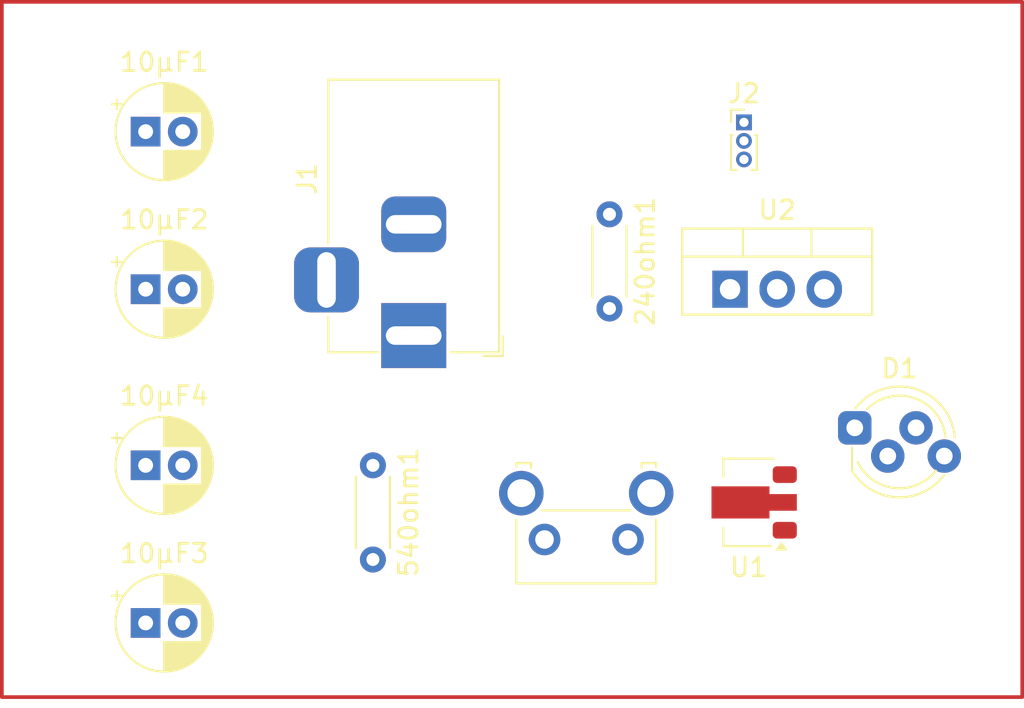
<source format=kicad_pcb>
(kicad_pcb (version 20240108) (generator "pcbnew") (generator_version "8.0")
  (layers (0 "F.Cu" signal) (31 "B.Cu" signal) (34 "B.Paste" user) (35 "F.Paste" user) (36 "B.SilkS" user "B.Silkscreen") (37 "F.SilkS" user "F.Silkscreen") (38 "B.Mask" user) (39 "F.Mask" user) (44 "Edge.Cuts" user))
  (net 0 "")
  (net 1 "Net-(SW1-B)")
  (net 2 "GND")
  (net 3 "Net-(J2-Pin_1)")
  (net 4 "Net-(D1-A)")
  (net 5 "Net-(D1-K)")
  (net 6 "Net-(SW1-A)")
  (footprint "Capacitor_THT:CP_Radial_D5.0mm_P2.00mm" (layer "F.Cu") (at 160.25 103.5)
    (property "Reference" "10µF3" (at 1 -3.75 0) (layer "F.SilkS"))
    (property "Value" "C3")
    (pad "1" thru_hole rect (at 0 0) (size 1.6 1.6) (drill 0.8) (layers "*.Cu" "*.Mask") (net 1 "Net-(SW1-B)"))
    (pad "2" thru_hole circle (at 2 0) (size 1.6 1.6) (drill 0.8) (layers "*.Cu" "*.Mask") (net 2 "GND"))
  )
  (footprint "Package_TO_SOT_SMD:SOT-89-3" (layer "F.Cu") (at 192.75 97 180)
    (property "Reference" "U1" (at 0 -3.5 180) (layer "F.SilkS"))
    (property "Value" "LM317L")
    (pad "1" smd roundrect (at -1.95 -1.5 180) (size 1.3 0.9) (layers "F.Cu" "F.Paste" "F.Mask") (net 5 "Net-(D1-K)"))
    (pad "2" smd custom (at -1.8625 0 180) (size 1.475 0.9) (layers "F.Cu" "F.Paste" "F.Mask") (net 3 "Net-(J2-Pin_1)") (options (clearance outline) (anchor rect)) (primitives (gr_poly (pts (xy 3.8625 0.8665) (xy 0.7375 0.8665) (xy 0.7375 -0.8665) (xy 3.8625 -0.8665)) (width 0) (fill yes))))
    (pad "3" smd roundrect (at -1.95 1.5 180) (size 1.3 0.9) (layers "F.Cu" "F.Paste" "F.Mask") (net 1 "Net-(SW1-B)"))
  )
  (footprint "Resistor_THT:R_Axial_DIN0204_L3.6mm_D1.6mm_P5.08mm_Horizontal" (layer "F.Cu") (at 185.25 81.46 -90)
    (property "Reference" "240ohm1" (at 2.54 -1.92 90) (layer "F.SilkS"))
    (property "Value" "R1")
    (pad "1" thru_hole circle (at 0 0 270) (size 1.4 1.4) (drill 0.7) (layers "*.Cu" "*.Mask") (net 5 "Net-(D1-K)"))
    (pad "2" thru_hole oval (at 5.08 0 270) (size 1.4 1.4) (drill 0.7) (layers "*.Cu" "*.Mask") (net 3 "Net-(J2-Pin_1)"))
  )
  (footprint "Resistor_THT:R_Axial_DIN0204_L3.6mm_D1.6mm_P5.08mm_Horizontal" (layer "F.Cu") (at 172.5 95 -90)
    (property "Reference" "540ohm1" (at 2.54 -1.92 90) (layer "F.SilkS"))
    (property "Value" "R2")
    (pad "1" thru_hole circle (at 0 0 270) (size 1.4 1.4) (drill 0.7) (layers "*.Cu" "*.Mask") (net 2 "GND"))
    (pad "2" thru_hole oval (at 5.08 0 270) (size 1.4 1.4) (drill 0.7) (layers "*.Cu" "*.Mask") (net 5 "Net-(D1-K)"))
  )
  (footprint "Button_Switch_THT:SW_SPST_Omron_B3F-315x_Angled" (layer "F.Cu") (at 186.25 99 180)
    (property "Reference" "SW1" (hide yes))
    (property "Value" "SW_SPST")
    (pad "" thru_hole circle (at -1.25 2.5) (size 2.4 2.4) (drill 1.5) (layers "*.Cu" "*.Mask"))
    (pad "" thru_hole circle (at 5.75 2.5) (size 2.4 2.4) (drill 1.5) (layers "*.Cu" "*.Mask"))
    (pad "1" thru_hole circle (at 0 0) (size 1.7 1.7) (drill 1) (layers "*.Cu" "*.Mask") (net 6 "Net-(SW1-A)"))
    (pad "2" thru_hole circle (at 4.5 0) (size 1.7 1.7) (drill 1) (layers "*.Cu" "*.Mask") (net 1 "Net-(SW1-B)"))
  )
  (footprint "Connector_BarrelJack:BarrelJack_Horizontal" (layer "F.Cu") (at 174.7 88 -90)
    (property "Reference" "J1" (at -8.45 5.75 90) (layer "F.SilkS"))
    (property "Value" "Barrel_Jack_Switch")
    (pad "1" thru_hole rect (at 0 0 270) (size 3.5 3.5) (drill oval 1 3) (layers "*.Cu" "*.Mask") (net 6 "Net-(SW1-A)"))
    (pad "2" thru_hole roundrect (at -6 0 270) (size 3 3.5) (drill oval 1 3) (layers "*.Cu" "*.Mask") (net 2 "GND"))
    (pad "3" thru_hole roundrect (at -3 4.7 270) (size 3.5 3.5) (drill oval 3 1) (layers "*.Cu" "*.Mask") (net 1 "Net-(SW1-B)"))
  )
  (footprint "Capacitor_THT:CP_Radial_D5.0mm_P2.00mm" (layer "F.Cu") (at 160.25 85.5)
    (property "Reference" "10µF2" (at 1 -3.75 0) (layer "F.SilkS"))
    (property "Value" "C2")
    (pad "1" thru_hole rect (at 0 0) (size 1.6 1.6) (drill 0.8) (layers "*.Cu" "*.Mask") (net 3 "Net-(J2-Pin_1)"))
    (pad "2" thru_hole circle (at 2 0) (size 1.6 1.6) (drill 0.8) (layers "*.Cu" "*.Mask") (net 2 "GND"))
  )
  (footprint "Connector_PinHeader_1.00mm:PinHeader_1x03_P1.00mm_Vertical" (layer "F.Cu") (at 192.5 76.5)
    (property "Reference" "J2" (at 0 -1.56 0) (layer "F.SilkS"))
    (property "Value" "Conn_01x03")
    (pad "1" thru_hole rect (at 0 0) (size 0.85 0.85) (drill 0.5) (layers "*.Cu" "*.Mask") (net 3 "Net-(J2-Pin_1)"))
    (pad "2" thru_hole oval (at 0 1) (size 0.85 0.85) (drill 0.5) (layers "*.Cu" "*.Mask") (net 4 "Net-(D1-A)"))
    (pad "3" thru_hole oval (at 0 2) (size 0.85 0.85) (drill 0.5) (layers "*.Cu" "*.Mask") (net 2 "GND"))
  )
  (footprint "Capacitor_THT:CP_Radial_D5.0mm_P2.00mm" (layer "F.Cu") (at 160.25 95)
    (property "Reference" "10µF4" (at 1 -3.75 0) (layer "F.SilkS"))
    (property "Value" "C3")
    (pad "1" thru_hole rect (at 0 0) (size 1.6 1.6) (drill 0.8) (layers "*.Cu" "*.Mask") (net 4 "Net-(D1-A)"))
    (pad "2" thru_hole circle (at 2 0) (size 1.6 1.6) (drill 0.8) (layers "*.Cu" "*.Mask") (net 2 "GND"))
  )
  (footprint "Package_TO_SOT_THT:TO-220-3_Vertical" (layer "F.Cu") (at 191.75 85.5)
    (property "Reference" "U2" (at 2.54 -4.27 0) (layer "F.SilkS"))
    (property "Value" "LM7805")
    (pad "1" thru_hole rect (at 0 0) (size 1.905 2) (drill 1.1) (layers "*.Cu" "*.Mask") (net 1 "Net-(SW1-B)"))
    (pad "2" thru_hole oval (at 2.54 0) (size 1.905 2) (drill 1.1) (layers "*.Cu" "*.Mask") (net 2 "GND"))
    (pad "3" thru_hole oval (at 5.08 0) (size 1.905 2) (drill 1.1) (layers "*.Cu" "*.Mask") (net 4 "Net-(D1-A)"))
  )
  (footprint "Capacitor_THT:CP_Radial_D5.0mm_P2.00mm" (layer "F.Cu") (at 160.25 77)
    (property "Reference" "10µF1" (at 1 -3.75 0) (layer "F.SilkS"))
    (property "Value" "C1")
    (pad "1" thru_hole rect (at 0 0) (size 1.6 1.6) (drill 0.8) (layers "*.Cu" "*.Mask") (net 1 "Net-(SW1-B)"))
    (pad "2" thru_hole circle (at 2 0) (size 1.6 1.6) (drill 0.8) (layers "*.Cu" "*.Mask") (net 2 "GND"))
  )
  (footprint "LED_THT:LED_D5.0mm-4_RGB_Staggered_Pins" (layer "F.Cu") (at 198.472 92.976)
    (property "Reference" "D1" (at 2.413 -3.198 0) (layer "F.SilkS"))
    (property "Value" "LED")
    (pad "1" thru_hole roundrect (at 0 0) (size 1.8 1.8) (drill 0.9) (layers "*.Cu" "*.Mask") (net 5 "Net-(D1-K)"))
    (pad "2" thru_hole circle (at 1.778 1.524) (size 1.8 1.8) (drill 0.9) (layers "*.Cu" "*.Mask") (net 4 "Net-(D1-A)"))
    (pad "3" thru_hole circle (at 3.302 0) (size 1.8 1.8) (drill 0.9) (layers "*.Cu" "*.Mask"))
    (pad "4" thru_hole circle (at 4.826 1.524) (size 1.8 1.8) (drill 0.9) (layers "*.Cu" "*.Mask"))
  )
  (gr_rect (start 152.5 70) (end 207.5 107.5) (stroke (width 0.2)) (fill none) (layer "F.Cu"))
)
</source>
